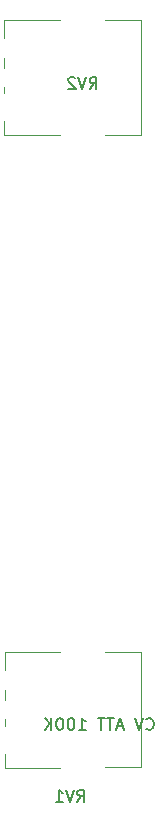
<source format=gbr>
%TF.GenerationSoftware,KiCad,Pcbnew,(5.1.9)-1*%
%TF.CreationDate,2021-09-28T21:18:44+01:00*%
%TF.ProjectId,KosmicSuperspreader,4b6f736d-6963-4537-9570-657273707265,rev?*%
%TF.SameCoordinates,Original*%
%TF.FileFunction,Legend,Bot*%
%TF.FilePolarity,Positive*%
%FSLAX46Y46*%
G04 Gerber Fmt 4.6, Leading zero omitted, Abs format (unit mm)*
G04 Created by KiCad (PCBNEW (5.1.9)-1) date 2021-09-28 21:18:44*
%MOMM*%
%LPD*%
G01*
G04 APERTURE LIST*
%ADD10C,0.120000*%
%ADD11C,0.150000*%
G04 APERTURE END LIST*
D10*
%TO.C,RV2*%
X161053000Y-67621000D02*
X161053000Y-77361000D01*
X149463000Y-67621000D02*
X149463000Y-69111000D01*
X157993000Y-67621000D02*
X161053000Y-67621000D01*
X149463000Y-77371000D02*
X154183000Y-77371000D01*
X157993000Y-77361000D02*
X161053000Y-77361000D01*
X149463000Y-67621000D02*
X154183000Y-67621000D01*
X149463000Y-76181000D02*
X149463000Y-77361000D01*
X149463000Y-73281000D02*
X149463000Y-73811000D01*
X149463000Y-70831000D02*
X149463000Y-71661000D01*
%TO.C,RV1*%
X161060000Y-121140000D02*
X161060000Y-130880000D01*
X149470000Y-121140000D02*
X149470000Y-122630000D01*
X158000000Y-121140000D02*
X161060000Y-121140000D01*
X149470000Y-130890000D02*
X154190000Y-130890000D01*
X158000000Y-130880000D02*
X161060000Y-130880000D01*
X149470000Y-121140000D02*
X154190000Y-121140000D01*
X149470000Y-129700000D02*
X149470000Y-130880000D01*
X149470000Y-126800000D02*
X149470000Y-127330000D01*
X149470000Y-124350000D02*
X149470000Y-125180000D01*
%TO.C,RV2*%
D11*
X156678238Y-73425380D02*
X157011571Y-72949190D01*
X157249666Y-73425380D02*
X157249666Y-72425380D01*
X156868714Y-72425380D01*
X156773476Y-72473000D01*
X156725857Y-72520619D01*
X156678238Y-72615857D01*
X156678238Y-72758714D01*
X156725857Y-72853952D01*
X156773476Y-72901571D01*
X156868714Y-72949190D01*
X157249666Y-72949190D01*
X156392523Y-72425380D02*
X156059190Y-73425380D01*
X155725857Y-72425380D01*
X155440142Y-72520619D02*
X155392523Y-72473000D01*
X155297285Y-72425380D01*
X155059190Y-72425380D01*
X154963952Y-72473000D01*
X154916333Y-72520619D01*
X154868714Y-72615857D01*
X154868714Y-72711095D01*
X154916333Y-72853952D01*
X155487761Y-73425380D01*
X154868714Y-73425380D01*
%TO.C,RV1*%
X155635238Y-133762380D02*
X155968571Y-133286190D01*
X156206666Y-133762380D02*
X156206666Y-132762380D01*
X155825714Y-132762380D01*
X155730476Y-132810000D01*
X155682857Y-132857619D01*
X155635238Y-132952857D01*
X155635238Y-133095714D01*
X155682857Y-133190952D01*
X155730476Y-133238571D01*
X155825714Y-133286190D01*
X156206666Y-133286190D01*
X155349523Y-132762380D02*
X155016190Y-133762380D01*
X154682857Y-132762380D01*
X153825714Y-133762380D02*
X154397142Y-133762380D01*
X154111428Y-133762380D02*
X154111428Y-132762380D01*
X154206666Y-132905238D01*
X154301904Y-133000476D01*
X154397142Y-133048095D01*
X161480000Y-127597142D02*
X161527619Y-127644761D01*
X161670476Y-127692380D01*
X161765714Y-127692380D01*
X161908571Y-127644761D01*
X162003809Y-127549523D01*
X162051428Y-127454285D01*
X162099047Y-127263809D01*
X162099047Y-127120952D01*
X162051428Y-126930476D01*
X162003809Y-126835238D01*
X161908571Y-126740000D01*
X161765714Y-126692380D01*
X161670476Y-126692380D01*
X161527619Y-126740000D01*
X161480000Y-126787619D01*
X161194285Y-126692380D02*
X160860952Y-127692380D01*
X160527619Y-126692380D01*
X159480000Y-127406666D02*
X159003809Y-127406666D01*
X159575238Y-127692380D02*
X159241904Y-126692380D01*
X158908571Y-127692380D01*
X158718095Y-126692380D02*
X158146666Y-126692380D01*
X158432380Y-127692380D02*
X158432380Y-126692380D01*
X157956190Y-126692380D02*
X157384761Y-126692380D01*
X157670476Y-127692380D02*
X157670476Y-126692380D01*
X155765714Y-127692380D02*
X156337142Y-127692380D01*
X156051428Y-127692380D02*
X156051428Y-126692380D01*
X156146666Y-126835238D01*
X156241904Y-126930476D01*
X156337142Y-126978095D01*
X155146666Y-126692380D02*
X155051428Y-126692380D01*
X154956190Y-126740000D01*
X154908571Y-126787619D01*
X154860952Y-126882857D01*
X154813333Y-127073333D01*
X154813333Y-127311428D01*
X154860952Y-127501904D01*
X154908571Y-127597142D01*
X154956190Y-127644761D01*
X155051428Y-127692380D01*
X155146666Y-127692380D01*
X155241904Y-127644761D01*
X155289523Y-127597142D01*
X155337142Y-127501904D01*
X155384761Y-127311428D01*
X155384761Y-127073333D01*
X155337142Y-126882857D01*
X155289523Y-126787619D01*
X155241904Y-126740000D01*
X155146666Y-126692380D01*
X154194285Y-126692380D02*
X154099047Y-126692380D01*
X154003809Y-126740000D01*
X153956190Y-126787619D01*
X153908571Y-126882857D01*
X153860952Y-127073333D01*
X153860952Y-127311428D01*
X153908571Y-127501904D01*
X153956190Y-127597142D01*
X154003809Y-127644761D01*
X154099047Y-127692380D01*
X154194285Y-127692380D01*
X154289523Y-127644761D01*
X154337142Y-127597142D01*
X154384761Y-127501904D01*
X154432380Y-127311428D01*
X154432380Y-127073333D01*
X154384761Y-126882857D01*
X154337142Y-126787619D01*
X154289523Y-126740000D01*
X154194285Y-126692380D01*
X153432380Y-127692380D02*
X153432380Y-126692380D01*
X152860952Y-127692380D02*
X153289523Y-127120952D01*
X152860952Y-126692380D02*
X153432380Y-127263809D01*
%TD*%
M02*

</source>
